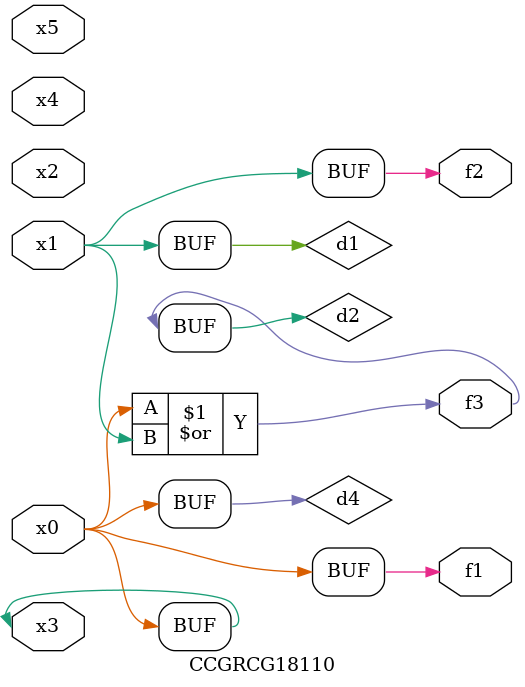
<source format=v>
module CCGRCG18110(
	input x0, x1, x2, x3, x4, x5,
	output f1, f2, f3
);

	wire d1, d2, d3, d4;

	and (d1, x1);
	or (d2, x0, x1);
	nand (d3, x0, x5);
	buf (d4, x0, x3);
	assign f1 = d4;
	assign f2 = d1;
	assign f3 = d2;
endmodule

</source>
